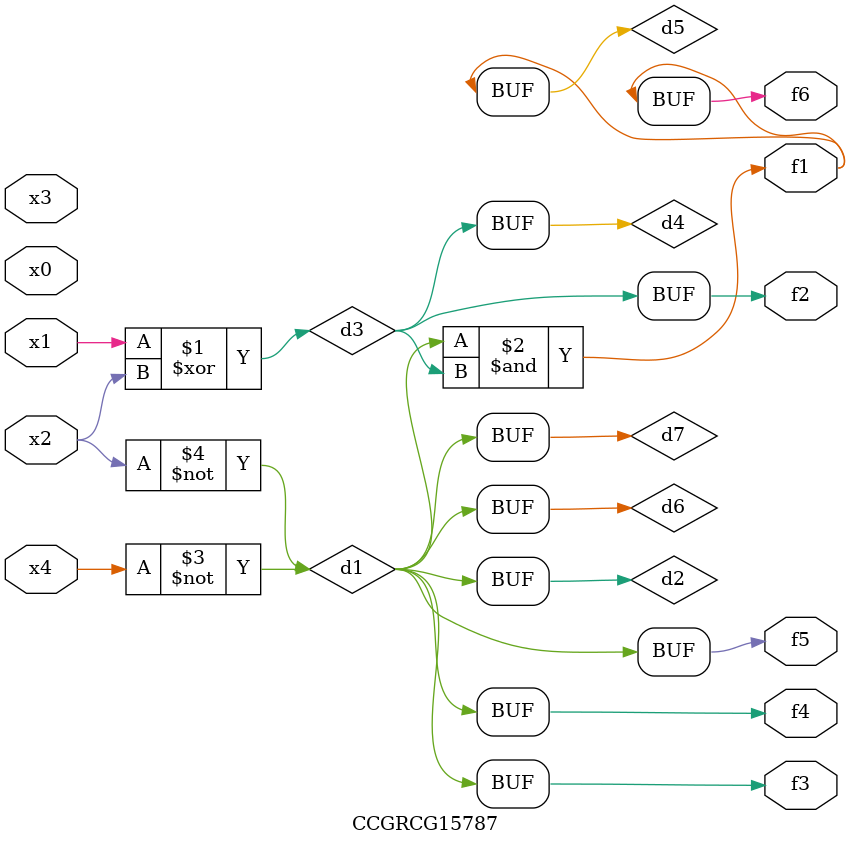
<source format=v>
module CCGRCG15787(
	input x0, x1, x2, x3, x4,
	output f1, f2, f3, f4, f5, f6
);

	wire d1, d2, d3, d4, d5, d6, d7;

	not (d1, x4);
	not (d2, x2);
	xor (d3, x1, x2);
	buf (d4, d3);
	and (d5, d1, d3);
	buf (d6, d1, d2);
	buf (d7, d2);
	assign f1 = d5;
	assign f2 = d4;
	assign f3 = d7;
	assign f4 = d7;
	assign f5 = d7;
	assign f6 = d5;
endmodule

</source>
